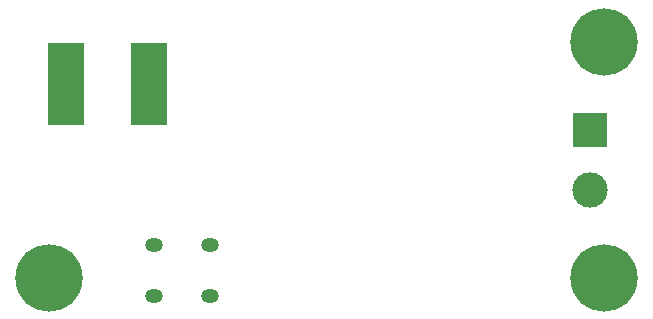
<source format=gbr>
%TF.GenerationSoftware,KiCad,Pcbnew,(6.0.6-0)*%
%TF.CreationDate,2022-07-30T19:28:33+02:00*%
%TF.ProjectId,smoke_extractorV1_1,736d6f6b-655f-4657-9874-726163746f72,rev?*%
%TF.SameCoordinates,Original*%
%TF.FileFunction,Soldermask,Bot*%
%TF.FilePolarity,Negative*%
%FSLAX46Y46*%
G04 Gerber Fmt 4.6, Leading zero omitted, Abs format (unit mm)*
G04 Created by KiCad (PCBNEW (6.0.6-0)) date 2022-07-30 19:28:33*
%MOMM*%
%LPD*%
G01*
G04 APERTURE LIST*
G04 Aperture macros list*
%AMFreePoly0*
4,1,5,3.500000,-1.500000,-3.500000,-1.500000,-3.500000,1.500000,3.500000,1.500000,3.500000,-1.500000,3.500000,-1.500000,$1*%
G04 Aperture macros list end*
%ADD10C,5.700000*%
%ADD11R,3.000000X3.000000*%
%ADD12C,3.000000*%
%ADD13FreePoly0,270.000000*%
%ADD14O,1.500000X1.200000*%
G04 APERTURE END LIST*
D10*
%TO.C,H2*%
X142750000Y-99500000D03*
%TD*%
D11*
%TO.C,J2*%
X141500000Y-106960000D03*
D12*
X141500000Y-112040000D03*
%TD*%
D10*
%TO.C,H1*%
X95750000Y-119500000D03*
%TD*%
D13*
%TO.C,U2*%
X97195000Y-103095000D03*
X104195000Y-103095000D03*
%TD*%
D14*
%TO.C,J1*%
X104600000Y-116750000D03*
X104600000Y-121050000D03*
X109400000Y-116750000D03*
X109400000Y-121050000D03*
%TD*%
D10*
%TO.C,H3*%
X142750000Y-119500000D03*
%TD*%
M02*

</source>
